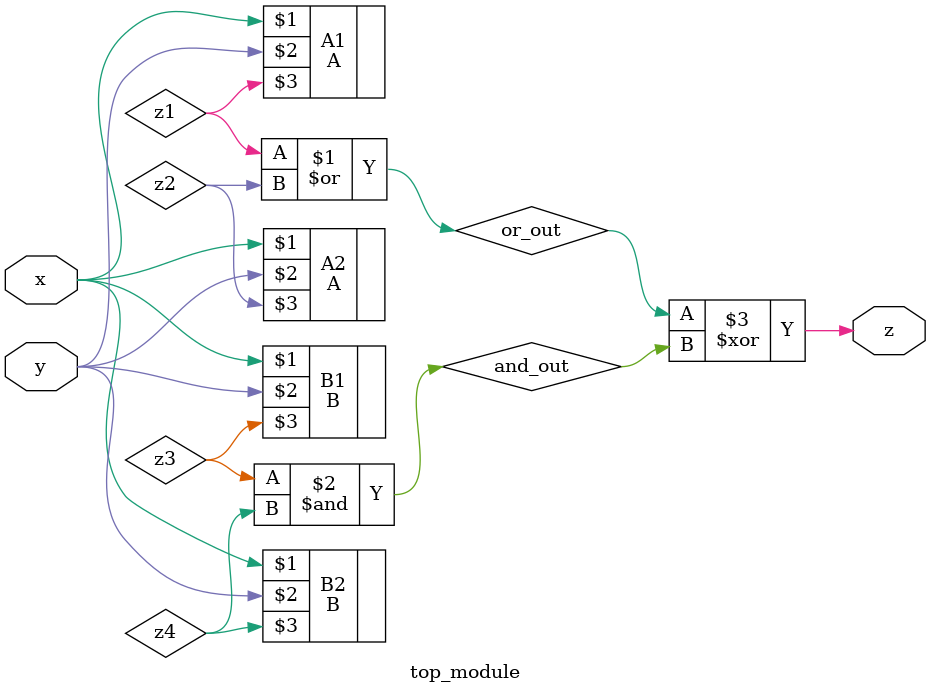
<source format=sv>
module top_module(
    input x,
    input y,
    output z);
    
    wire z1, z2, z3, z4, or_out, and_out;
    A A1(x, y, z1);
    A A2(x, y, z2);
    B B1(x, y, z3);
    B B2(x, y, z4);

    assign or_out = z1 | z2;
    assign and_out = z3 & z4;
    assign z = or_out ^ and_out;
    
endmodule

</source>
